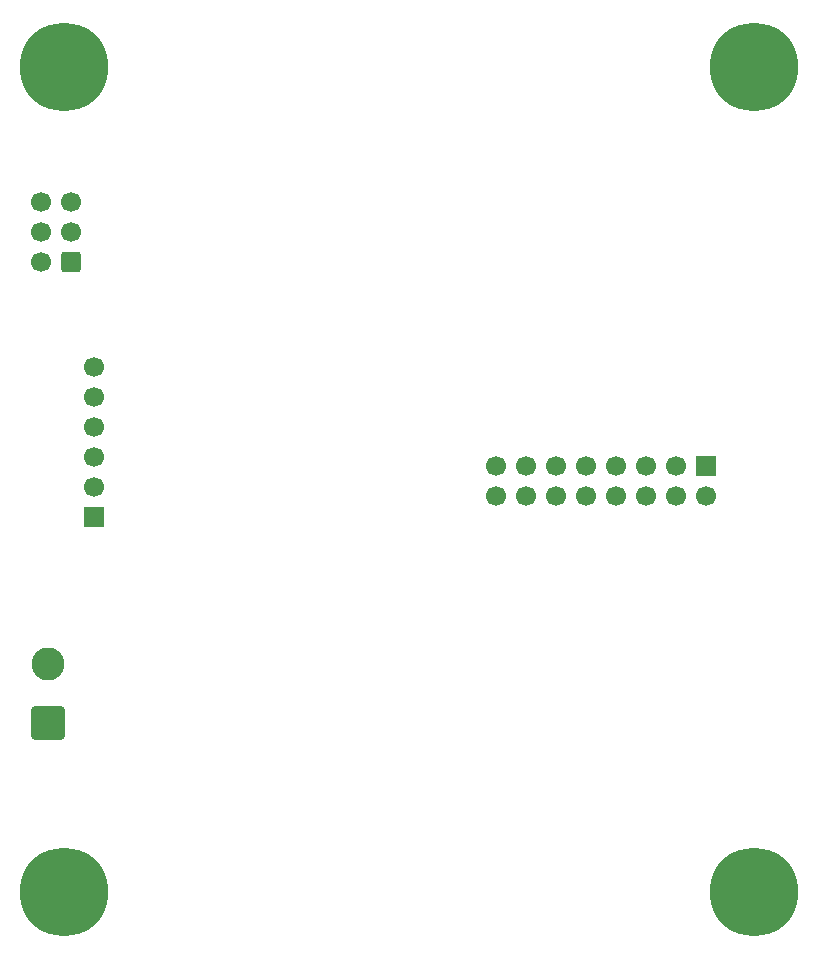
<source format=gbr>
%TF.GenerationSoftware,KiCad,Pcbnew,9.0.3-9.0.3-0~ubuntu24.04.1*%
%TF.CreationDate,2025-08-25T07:44:28-04:00*%
%TF.ProjectId,led-photodiode-avr,6c65642d-7068-46f7-946f-64696f64652d,rev?*%
%TF.SameCoordinates,Original*%
%TF.FileFunction,Soldermask,Bot*%
%TF.FilePolarity,Negative*%
%FSLAX46Y46*%
G04 Gerber Fmt 4.6, Leading zero omitted, Abs format (unit mm)*
G04 Created by KiCad (PCBNEW 9.0.3-9.0.3-0~ubuntu24.04.1) date 2025-08-25 07:44:28*
%MOMM*%
%LPD*%
G01*
G04 APERTURE LIST*
G04 Aperture macros list*
%AMRoundRect*
0 Rectangle with rounded corners*
0 $1 Rounding radius*
0 $2 $3 $4 $5 $6 $7 $8 $9 X,Y pos of 4 corners*
0 Add a 4 corners polygon primitive as box body*
4,1,4,$2,$3,$4,$5,$6,$7,$8,$9,$2,$3,0*
0 Add four circle primitives for the rounded corners*
1,1,$1+$1,$2,$3*
1,1,$1+$1,$4,$5*
1,1,$1+$1,$6,$7*
1,1,$1+$1,$8,$9*
0 Add four rect primitives between the rounded corners*
20,1,$1+$1,$2,$3,$4,$5,0*
20,1,$1+$1,$4,$5,$6,$7,0*
20,1,$1+$1,$6,$7,$8,$9,0*
20,1,$1+$1,$8,$9,$2,$3,0*%
G04 Aperture macros list end*
%ADD10RoundRect,0.250001X1.149999X-1.149999X1.149999X1.149999X-1.149999X1.149999X-1.149999X-1.149999X0*%
%ADD11C,2.800000*%
%ADD12R,1.700000X1.700000*%
%ADD13C,1.700000*%
%ADD14C,7.500000*%
%ADD15RoundRect,0.250000X0.600000X0.600000X-0.600000X0.600000X-0.600000X-0.600000X0.600000X-0.600000X0*%
G04 APERTURE END LIST*
D10*
%TO.C,J1*%
X120617500Y-117820000D03*
D11*
X120617500Y-112820000D03*
%TD*%
D12*
%TO.C,J4*%
X124460000Y-100330000D03*
D13*
X124460000Y-97790000D03*
X124460000Y-95250000D03*
X124460000Y-92710000D03*
X124460000Y-90170000D03*
X124460000Y-87630000D03*
%TD*%
D14*
%TO.C,H3*%
X121920000Y-132080000D03*
%TD*%
%TO.C,H4*%
X180340000Y-132080000D03*
%TD*%
D15*
%TO.C,J3*%
X122560000Y-78740000D03*
D13*
X120020000Y-78740000D03*
X122560000Y-76200000D03*
X120020000Y-76200000D03*
X122560000Y-73660000D03*
X120020000Y-73660000D03*
%TD*%
D12*
%TO.C,J2*%
X176280000Y-96000000D03*
D13*
X176280000Y-98540000D03*
X173740000Y-96000000D03*
X173740000Y-98540000D03*
X171200000Y-96000000D03*
X171200000Y-98540000D03*
X168660000Y-96000000D03*
X168660000Y-98540000D03*
X166120000Y-96000000D03*
X166120000Y-98540000D03*
X163580000Y-96000000D03*
X163580000Y-98540000D03*
X161040000Y-96000000D03*
X161040000Y-98540000D03*
X158500000Y-96000000D03*
X158500000Y-98540000D03*
%TD*%
D14*
%TO.C,H2*%
X180340000Y-62230000D03*
%TD*%
%TO.C,H1*%
X121920000Y-62230000D03*
%TD*%
M02*

</source>
